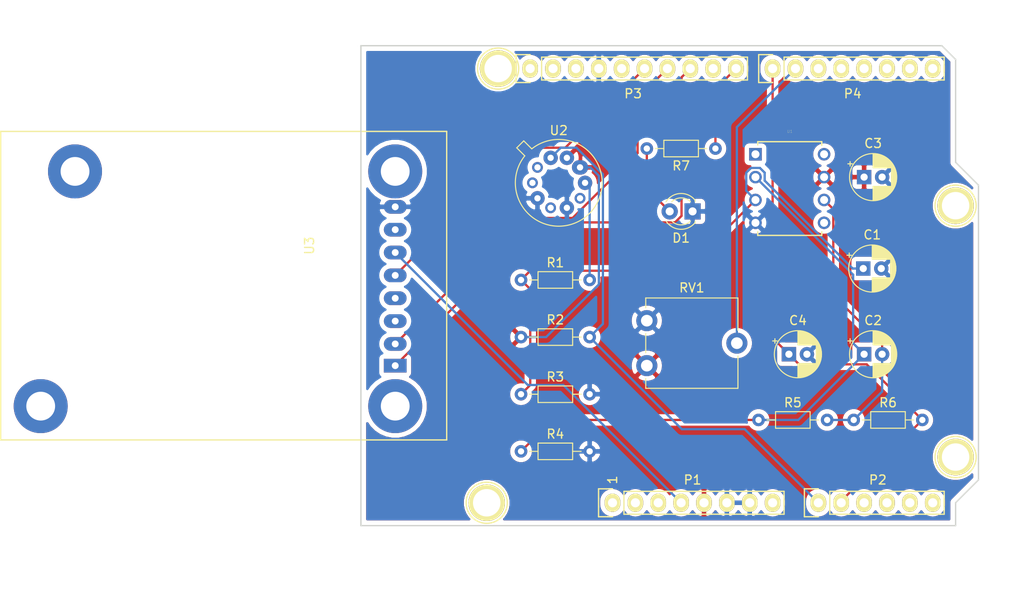
<source format=kicad_pcb>
(kicad_pcb (version 20171130) (host pcbnew "(5.1.8)-1")
  (title_block (date "lun. 30 mars 2015"))
  (layers (0 F.Cu signal) (31 B.Cu signal) (34 B.Paste user) (35 F.Paste user) (36 B.SilkS user) (37 F.SilkS user) (38 B.Mask user) (39 F.Mask user) (44 Edge.Cuts user))
  (net 0 "")
  (net 1 /IOREF)
  (net 2 +5V)
  (net 3 GND)
  (net 4 /Vin)
  (net 5 /A0)
  (net 6 /A1)
  (net 7 /A2)
  (net 8 /A3)
  (net 9 /AREF)
  (net 10 "/A4(SDA)")
  (net 11 "/A5(SCL)")
  (net 12 "Net-(P5-Pad1)")
  (net 13 "Net-(P6-Pad1)")
  (net 14 "Net-(P7-Pad1)")
  (net 15 "Net-(P8-Pad1)")
  (net 16 "Net-(P1-Pad1)")
  (net 17 +3V3)
  (net 18 "Net-(C1-Pad1)")
  (net 19 "Net-(C2-Pad1)")
  (net 20 "Net-(C2-Pad2)")
  (net 21 "Net-(D1-Pad2)")
  (net 22 /~Reset~)
  (net 23 "Net-(P3-Pad1)")
  (net 24 "Net-(P3-Pad2)")
  (net 25 "/D13(SCK)")
  (net 26 /D12)
  (net 27 /D11)
  (net 28 /D10)
  (net 29 /D9)
  (net 30 /D8)
  (net 31 "/D6(**)")
  (net 32 "/D5(**)")
  (net 33 /D4)
  (net 34 "/D3(**)")
  (net 35 /D2)
  (net 36 "/D1(Tx)")
  (net 37 "/D0(Rx)")
  (net 38 /Gas_sensor)
  (net 39 "Net-(U1-Pad5)")
  (net 40 "Net-(U1-Pad1)")
  (net 41 "Net-(U2-Pad9)")
  (net 42 "Net-(U2-Pad7)")
  (net 43 "Net-(U2-Pad5)")
  (net 44 "Net-(U2-Pad10)")
  (net 45 "Net-(U3-Pad3)")
  (net 46 "Net-(U3-Pad4)")
  (net 47 "Net-(U3-Pad7)")
  (module My_Package:LTC1050 (layer F.Cu) (at 162.433 92.71)
    (fp_text reference U1 (at -3.81 -10.16) (layer F.SilkS) (effects (font (size 0.314961 0.314961) (thickness 0.015))))
    (fp_text value LTC1050)
    (pad 8 thru_hole circle (at 0 -7.62) (size 1.397 1.397) (drill 0.889) (layers *.Cu *.Mask))
    (pad 7 thru_hole circle (at 0 -5.08) (size 1.397 1.397) (drill 0.889) (layers *.Cu *.Mask) (net 2 +5V))
    (pad 6 thru_hole circle (at 0 -2.54) (size 1.397 1.397) (drill 0.889) (layers *.Cu *.Mask) (net 20 "Net-(C2-Pad2)"))
    (pad 5 thru_hole circle (at 0 0) (size 1.397 1.397) (drill 0.889) (layers *.Cu *.Mask) (net 39 "Net-(U1-Pad5)"))
    (pad 4 thru_hole circle (at -7.62 0) (size 1.397 1.397) (drill 0.889) (layers *.Cu *.Mask) (net 3 GND))
    (pad 3 thru_hole circle (at -7.62 -2.54) (size 1.397 1.397) (drill 0.889) (layers *.Cu *.Mask) (net 18 "Net-(C1-Pad1)"))
    (pad 2 thru_hole circle (at -7.62 -5.08) (size 1.397 1.397) (drill 0.889) (layers *.Cu *.Mask) (net 19 "Net-(C2-Pad1)"))
    (pad 1 thru_hole rect (at -7.62 -7.62) (size 1.397 1.397) (drill 0.889) (layers *.Cu *.Mask) (net 40 "Net-(U1-Pad1)"))
  )
  (module My_Package:RN2483_breakout (layer F.Cu) (at 114.808 108.585 90)
    (fp_text reference U3 (at 13.335 -9.525 90) (layer F.SilkS))
    (fp_text value RN2483_Breakout)
    (pad 1 thru_hole rect (at 0 0 90) (size 1.524 2.524) (drill 0.762) (layers *.Cu *.Mask) (net 28 /D10))
    (pad 2 thru_hole oval (at 2.413 0 90) (size 1.524 2.524) (drill 0.762) (layers *.Cu *.Mask) (net 27 /D11))
    (pad 3 thru_hole oval (at 4.953 0 90) (size 1.524 2.524) (drill 0.762) (layers *.Cu *.Mask) (net 45 "Net-(U3-Pad3)"))
    (pad 4 thru_hole oval (at 7.493 0 90) (size 1.524 2.524) (drill 0.762) (layers *.Cu *.Mask) (net 46 "Net-(U3-Pad4)"))
    (pad 6 thru_hole oval (at 12.573 0 90) (size 1.524 2.524) (drill 0.762) (layers *.Cu *.Mask) (net 17 +3V3))
    (pad 5 thru_hole oval (at 10.033 0 90) (size 1.524 2.524) (drill 0.762) (layers *.Cu *.Mask) (net 26 /D12))
    (pad 7 thru_hole oval (at 15.113 0 90) (size 1.524 2.524) (drill 0.762) (layers *.Cu *.Mask) (net 47 "Net-(U3-Pad7)"))
    (pad 8 thru_hole oval (at 17.653 0 90) (size 1.524 2.524) (drill 0.762) (layers *.Cu *.Mask) (net 3 GND))
    (pad "" np_thru_hole circle (at -4.5 0 90) (size 6 6) (drill 3.2) (layers *.Cu *.Mask))
    (pad "" np_thru_hole circle (at 21.59 0 90) (size 6 6) (drill 3.2) (layers *.Cu *.Mask))
    (pad "" np_thru_hole circle (at -4.5 -39.37 90) (size 6 6) (drill 3.2) (layers *.Cu *.Mask))
    (pad "" np_thru_hole circle (at 21.59 -35.56 90) (size 6 6) (drill 3.2) (layers *.Cu *.Mask))
  )
  (module My_Package:Sensor_gas (layer F.Cu) (at 130.048 88.265)
    (fp_text reference U2 (at 2.92 -5.82) (layer F.SilkS))
    (fp_text value Gas_Sensor)
    (pad 9 thru_hole oval (at 0 0) (size 1.2 1.2) (drill 0.7) (layers *.Cu *.Mask) (net 41 "Net-(U2-Pad9)"))
    (pad 8 thru_hole oval (at 0.55767 1.716333) (size 1.6 1.6) (drill 0.7) (layers *.Cu *.Mask) (net 3 GND))
    (pad 7 thru_hole circle (at 2.01767 2.777085) (size 1.2 1.2) (drill 0.7) (layers *.Cu *.Mask) (net 42 "Net-(U2-Pad7)"))
    (pad 6 thru_hole oval (at 3.82233 2.777085) (size 1.6 1.6) (drill 0.7) (layers *.Cu *.Mask) (net 3 GND))
    (pad 5 thru_hole oval (at 5.28233 1.716333) (size 1.2 1.2) (drill 0.7) (layers *.Cu *.Mask) (net 43 "Net-(U2-Pad5)"))
    (pad 4 thru_hole circle (at 5.84 0) (size 1.6 1.6) (drill 0.7) (layers *.Cu *.Mask) (net 38 /Gas_sensor))
    (pad 3 thru_hole oval (at 5.28233 -1.716333) (size 1.8 1.6) (drill 0.7) (layers *.Cu *.Mask) (net 2 +5V))
    (pad 2 thru_hole circle (at 3.82233 -2.777085) (size 1.6 1.6) (drill 0.7) (layers *.Cu *.Mask) (net 2 +5V))
    (pad 1 thru_hole oval (at 2.01767 -2.777085) (size 1.6 1.6) (drill 0.7) (layers *.Cu *.Mask) (net 5 /A0))
    (pad 10 thru_hole oval (at 0.55767 -1.716333) (size 1.2 1.2) (drill 0.7) (layers *.Cu *.Mask) (net 44 "Net-(U2-Pad10)"))
  )
  (module Socket_Arduino_Uno:Socket_Strip_Arduino_1x08 (layer F.Cu) (at 138.938 123.825)
    (fp_text reference P1 (at 8.89 -2.54) (layer F.SilkS))
    (fp_text value Power)
    (pad 1 thru_hole oval (at 0 0) (size 1.7272 2.032) (drill 1.016) (layers *.Cu *.Mask F.SilkS) (net 16 "Net-(P1-Pad1)"))
    (pad 2 thru_hole oval (at 2.54 0) (size 1.7272 2.032) (drill 1.016) (layers *.Cu *.Mask F.SilkS) (net 1 /IOREF))
    (pad 3 thru_hole oval (at 5.08 0) (size 1.7272 2.032) (drill 1.016) (layers *.Cu *.Mask F.SilkS) (net 22 /~Reset~))
    (pad 4 thru_hole oval (at 7.62 0) (size 1.7272 2.032) (drill 1.016) (layers *.Cu *.Mask F.SilkS) (net 17 +3V3))
    (pad 5 thru_hole oval (at 10.16 0) (size 1.7272 2.032) (drill 1.016) (layers *.Cu *.Mask F.SilkS) (net 2 +5V))
    (pad 6 thru_hole oval (at 12.7 0) (size 1.7272 2.032) (drill 1.016) (layers *.Cu *.Mask F.SilkS) (net 3 GND))
    (pad 7 thru_hole oval (at 15.24 0) (size 1.7272 2.032) (drill 1.016) (layers *.Cu *.Mask F.SilkS) (net 3 GND))
    (pad 8 thru_hole oval (at 17.78 0) (size 1.7272 2.032) (drill 1.016) (layers *.Cu *.Mask F.SilkS) (net 4 /Vin))
  )
  (module Socket_Arduino_Uno:Socket_Strip_Arduino_1x06 (layer F.Cu) (at 161.798 123.825)
    (fp_text reference P2 (at 6.604 -2.54) (layer F.SilkS))
    (fp_text value Analog)
    (pad 1 thru_hole oval (at 0 0) (size 1.7272 2.032) (drill 1.016) (layers *.Cu *.Mask F.SilkS) (net 5 /A0))
    (pad 2 thru_hole oval (at 2.54 0) (size 1.7272 2.032) (drill 1.016) (layers *.Cu *.Mask F.SilkS) (net 6 /A1))
    (pad 3 thru_hole oval (at 5.08 0) (size 1.7272 2.032) (drill 1.016) (layers *.Cu *.Mask F.SilkS) (net 7 /A2))
    (pad 4 thru_hole oval (at 7.62 0) (size 1.7272 2.032) (drill 1.016) (layers *.Cu *.Mask F.SilkS) (net 8 /A3))
    (pad 5 thru_hole oval (at 10.16 0) (size 1.7272 2.032) (drill 1.016) (layers *.Cu *.Mask F.SilkS) (net 10 "/A4(SDA)"))
    (pad 6 thru_hole oval (at 12.7 0) (size 1.7272 2.032) (drill 1.016) (layers *.Cu *.Mask F.SilkS) (net 11 "/A5(SCL)"))
  )
  (module Socket_Arduino_Uno:Socket_Strip_Arduino_1x10 (layer F.Cu) (at 129.794 75.565)
    (fp_text reference P3 (at 11.43 2.794) (layer F.SilkS))
    (fp_text value Digital)
    (pad 1 thru_hole oval (at 0 0) (size 1.7272 2.032) (drill 1.016) (layers *.Cu *.Mask F.SilkS) (net 23 "Net-(P3-Pad1)"))
    (pad 2 thru_hole oval (at 2.54 0) (size 1.7272 2.032) (drill 1.016) (layers *.Cu *.Mask F.SilkS) (net 24 "Net-(P3-Pad2)"))
    (pad 3 thru_hole oval (at 5.08 0) (size 1.7272 2.032) (drill 1.016) (layers *.Cu *.Mask F.SilkS) (net 9 /AREF))
    (pad 4 thru_hole oval (at 7.62 0) (size 1.7272 2.032) (drill 1.016) (layers *.Cu *.Mask F.SilkS) (net 3 GND))
    (pad 5 thru_hole oval (at 10.16 0) (size 1.7272 2.032) (drill 1.016) (layers *.Cu *.Mask F.SilkS) (net 25 "/D13(SCK)"))
    (pad 6 thru_hole oval (at 12.7 0) (size 1.7272 2.032) (drill 1.016) (layers *.Cu *.Mask F.SilkS) (net 26 /D12))
    (pad 7 thru_hole oval (at 15.24 0) (size 1.7272 2.032) (drill 1.016) (layers *.Cu *.Mask F.SilkS) (net 27 /D11))
    (pad 8 thru_hole oval (at 17.78 0) (size 1.7272 2.032) (drill 1.016) (layers *.Cu *.Mask F.SilkS) (net 28 /D10))
    (pad 9 thru_hole oval (at 20.32 0) (size 1.7272 2.032) (drill 1.016) (layers *.Cu *.Mask F.SilkS) (net 29 /D9))
    (pad 10 thru_hole oval (at 22.86 0) (size 1.7272 2.032) (drill 1.016) (layers *.Cu *.Mask F.SilkS) (net 30 /D8))
  )
  (module Socket_Arduino_Uno:Socket_Strip_Arduino_1x08 (layer F.Cu) (at 156.718 75.565)
    (fp_text reference P4 (at 8.89 2.794) (layer F.SilkS))
    (fp_text value Digital)
    (pad 1 thru_hole oval (at 0 0) (size 1.7272 2.032) (drill 1.016) (layers *.Cu *.Mask F.SilkS) (net 6 /A1))
    (pad 2 thru_hole oval (at 2.54 0) (size 1.7272 2.032) (drill 1.016) (layers *.Cu *.Mask F.SilkS) (net 31 "/D6(**)"))
    (pad 3 thru_hole oval (at 5.08 0) (size 1.7272 2.032) (drill 1.016) (layers *.Cu *.Mask F.SilkS) (net 32 "/D5(**)"))
    (pad 4 thru_hole oval (at 7.62 0) (size 1.7272 2.032) (drill 1.016) (layers *.Cu *.Mask F.SilkS) (net 33 /D4))
    (pad 5 thru_hole oval (at 10.16 0) (size 1.7272 2.032) (drill 1.016) (layers *.Cu *.Mask F.SilkS) (net 34 "/D3(**)"))
    (pad 6 thru_hole oval (at 12.7 0) (size 1.7272 2.032) (drill 1.016) (layers *.Cu *.Mask F.SilkS) (net 35 /D2))
    (pad 7 thru_hole oval (at 15.24 0) (size 1.7272 2.032) (drill 1.016) (layers *.Cu *.Mask F.SilkS) (net 36 "/D1(Tx)"))
    (pad 8 thru_hole oval (at 17.78 0) (size 1.7272 2.032) (drill 1.016) (layers *.Cu *.Mask F.SilkS) (net 37 "/D0(Rx)"))
  )
  (module Socket_Arduino_Uno:Arduino_1pin (layer F.Cu) (at 124.968 123.825)
    (fp_text reference P5 hide)
    (fp_text value CONN_01X01 hide)
    (pad 1 thru_hole circle (at 0 0) (size 4.064 4.064) (drill 3.048) (layers *.Cu *.Mask F.SilkS) (net 12 "Net-(P5-Pad1)"))
  )
  (module Socket_Arduino_Uno:Arduino_1pin (layer F.Cu) (at 177.038 118.745)
    (fp_text reference P6 hide)
    (fp_text value CONN_01X01 hide)
    (pad 1 thru_hole circle (at 0 0) (size 4.064 4.064) (drill 3.048) (layers *.Cu *.Mask F.SilkS) (net 13 "Net-(P6-Pad1)"))
  )
  (module Socket_Arduino_Uno:Arduino_1pin (layer F.Cu) (at 126.238 75.565)
    (fp_text reference P7 hide)
    (fp_text value CONN_01X01 hide)
    (pad 1 thru_hole circle (at 0 0) (size 4.064 4.064) (drill 3.048) (layers *.Cu *.Mask F.SilkS) (net 14 "Net-(P7-Pad1)"))
  )
  (module Socket_Arduino_Uno:Arduino_1pin (layer F.Cu) (at 177.038 90.805)
    (fp_text reference P8 hide)
    (fp_text value CONN_01X01 hide)
    (pad 1 thru_hole circle (at 0 0) (size 4.064 4.064) (drill 3.048) (layers *.Cu *.Mask F.SilkS) (net 15 "Net-(P8-Pad1)"))
  )
  (module Capacitor_THT:CP_Radial_D5.0mm_P2.00mm (layer F.Cu) (at 166.783 97.79)
    (fp_text reference C1 (at 1 -3.75) (layer F.SilkS))
    (fp_text value 100n)
    (pad 2 thru_hole circle (at 2 0) (size 1.6 1.6) (drill 0.8) (layers *.Cu *.Mask) (net 3 GND))
    (pad 1 thru_hole rect (at 0 0) (size 1.6 1.6) (drill 0.8) (layers *.Cu *.Mask) (net 18 "Net-(C1-Pad1)"))
  )
  (module Capacitor_THT:CP_Radial_D5.0mm_P2.00mm (layer F.Cu) (at 166.878 107.315)
    (fp_text reference C2 (at 1 -3.75) (layer F.SilkS))
    (fp_text value 1u)
    (pad 1 thru_hole rect (at 0 0) (size 1.6 1.6) (drill 0.8) (layers *.Cu *.Mask) (net 19 "Net-(C2-Pad1)"))
    (pad 2 thru_hole circle (at 2 0) (size 1.6 1.6) (drill 0.8) (layers *.Cu *.Mask) (net 20 "Net-(C2-Pad2)"))
  )
  (module Capacitor_THT:CP_Radial_D5.0mm_P2.00mm (layer F.Cu) (at 166.878 87.63)
    (fp_text reference C3 (at 1 -3.75) (layer F.SilkS))
    (fp_text value 100n)
    (pad 2 thru_hole circle (at 2 0) (size 1.6 1.6) (drill 0.8) (layers *.Cu *.Mask) (net 3 GND))
    (pad 1 thru_hole rect (at 0 0) (size 1.6 1.6) (drill 0.8) (layers *.Cu *.Mask) (net 2 +5V))
  )
  (module Capacitor_THT:CP_Radial_D5.0mm_P2.00mm (layer F.Cu) (at 158.528 107.315)
    (fp_text reference C4 (at 1 -3.75) (layer F.SilkS))
    (fp_text value 100n)
    (pad 1 thru_hole rect (at 0 0) (size 1.6 1.6) (drill 0.8) (layers *.Cu *.Mask) (net 6 /A1))
    (pad 2 thru_hole circle (at 2 0) (size 1.6 1.6) (drill 0.8) (layers *.Cu *.Mask) (net 3 GND))
  )
  (module LED_THT:LED_D3.0mm (layer F.Cu) (at 147.828 91.44 180)
    (fp_text reference D1 (at 1.27 -2.96) (layer F.SilkS))
    (fp_text value LED)
    (pad 1 thru_hole rect (at 0 0 180) (size 1.8 1.8) (drill 0.9) (layers *.Cu *.Mask) (net 3 GND))
    (pad 2 thru_hole circle (at 2.54 0 180) (size 1.8 1.8) (drill 0.9) (layers *.Cu *.Mask) (net 21 "Net-(D1-Pad2)"))
  )
  (module Resistor_THT:R_Axial_DIN0204_L3.6mm_D1.6mm_P7.62mm_Horizontal (layer F.Cu) (at 128.778 99.06)
    (fp_text reference R1 (at 3.81 -1.92) (layer F.SilkS))
    (fp_text value 10k)
    (pad 2 thru_hole oval (at 7.62 0) (size 1.4 1.4) (drill 0.7) (layers *.Cu *.Mask) (net 38 /Gas_sensor))
    (pad 1 thru_hole circle (at 0 0) (size 1.4 1.4) (drill 0.7) (layers *.Cu *.Mask) (net 18 "Net-(C1-Pad1)"))
  )
  (module Resistor_THT:R_Axial_DIN0204_L3.6mm_D1.6mm_P7.62mm_Horizontal (layer F.Cu) (at 128.778 105.41)
    (fp_text reference R2 (at 3.81 -1.92) (layer F.SilkS))
    (fp_text value 100)
    (pad 1 thru_hole circle (at 0 0) (size 1.4 1.4) (drill 0.7) (layers *.Cu *.Mask) (net 2 +5V))
    (pad 2 thru_hole oval (at 7.62 0) (size 1.4 1.4) (drill 0.7) (layers *.Cu *.Mask) (net 5 /A0))
  )
  (module Resistor_THT:R_Axial_DIN0204_L3.6mm_D1.6mm_P7.62mm_Horizontal (layer F.Cu) (at 128.778 111.76)
    (fp_text reference R3 (at 3.81 -1.92) (layer F.SilkS))
    (fp_text value 100k)
    (pad 1 thru_hole circle (at 0 0) (size 1.4 1.4) (drill 0.7) (layers *.Cu *.Mask) (net 18 "Net-(C1-Pad1)"))
    (pad 2 thru_hole oval (at 7.62 0) (size 1.4 1.4) (drill 0.7) (layers *.Cu *.Mask) (net 3 GND))
  )
  (module Resistor_THT:R_Axial_DIN0204_L3.6mm_D1.6mm_P7.62mm_Horizontal (layer F.Cu) (at 128.778 118.11)
    (fp_text reference R4 (at 3.81 -1.92) (layer F.SilkS))
    (fp_text value 1k)
    (pad 2 thru_hole oval (at 7.62 0) (size 1.4 1.4) (drill 0.7) (layers *.Cu *.Mask) (net 3 GND))
    (pad 1 thru_hole circle (at 0 0) (size 1.4 1.4) (drill 0.7) (layers *.Cu *.Mask) (net 19 "Net-(C2-Pad1)"))
  )
  (module Resistor_THT:R_Axial_DIN0204_L3.6mm_D1.6mm_P7.62mm_Horizontal (layer F.Cu) (at 155.153001 114.620001)
    (fp_text reference R5 (at 3.81 -1.92) (layer F.SilkS))
    (fp_text value 100k)
    (pad 2 thru_hole oval (at 7.62 0) (size 1.4 1.4) (drill 0.7) (layers *.Cu *.Mask) (net 20 "Net-(C2-Pad2)"))
    (pad 1 thru_hole circle (at 0 0) (size 1.4 1.4) (drill 0.7) (layers *.Cu *.Mask) (net 19 "Net-(C2-Pad1)"))
  )
  (module Resistor_THT:R_Axial_DIN0204_L3.6mm_D1.6mm_P7.62mm_Horizontal (layer F.Cu) (at 165.723001 114.620001)
    (fp_text reference R6 (at 3.81 -1.92) (layer F.SilkS))
    (fp_text value 1k)
    (pad 1 thru_hole circle (at 0 0) (size 1.4 1.4) (drill 0.7) (layers *.Cu *.Mask) (net 20 "Net-(C2-Pad2)"))
    (pad 2 thru_hole oval (at 7.62 0) (size 1.4 1.4) (drill 0.7) (layers *.Cu *.Mask) (net 6 /A1))
  )
  (module Resistor_THT:R_Axial_DIN0204_L3.6mm_D1.6mm_P7.62mm_Horizontal (layer F.Cu) (at 150.368 84.455 180)
    (fp_text reference R7 (at 3.81 -1.92) (layer F.SilkS))
    (fp_text value 1k)
    (pad 1 thru_hole circle (at 0 0 180) (size 1.4 1.4) (drill 0.7) (layers *.Cu *.Mask) (net 30 /D8))
    (pad 2 thru_hole oval (at 7.62 0 180) (size 1.4 1.4) (drill 0.7) (layers *.Cu *.Mask) (net 21 "Net-(D1-Pad2)"))
  )
  (module Potentiometer_THT:Potentiometer_ACP_CA9-V10_Vertical (layer F.Cu) (at 142.748 108.585)
    (fp_text reference RV1 (at 5 -8.65) (layer F.SilkS))
    (fp_text value R_POT)
    (pad 3 thru_hole circle (at 0 -5) (size 2.34 2.34) (drill 1.3) (layers *.Cu *.Mask) (net 3 GND))
    (pad 2 thru_hole circle (at 10 -2.5) (size 2.34 2.34) (drill 1.3) (layers *.Cu *.Mask) (net 31 "/D6(**)"))
    (pad 1 thru_hole circle (at 0 0) (size 2.34 2.34) (drill 1.3) (layers *.Cu *.Mask) (net 2 +5V))
  )
  (gr_text 1 (at 138.938 121.285 90) (layer F.SilkS) (effects (font (size 1 1))))
  (gr_line (start 177.038 74.549) (end 175.514 73.025) (angle 90) (layer Edge.Cuts) (width 0.15))
  (gr_line (start 177.038 85.979) (end 177.038 74.549) (angle 90) (layer Edge.Cuts) (width 0.15))
  (gr_line (start 179.578 88.519) (end 177.038 85.979) (angle 90) (layer Edge.Cuts) (width 0.15))
  (gr_line (start 179.578 121.285) (end 179.578 88.519) (angle 90) (layer Edge.Cuts) (width 0.15))
  (gr_line (start 177.038 123.825) (end 179.578 121.285) (angle 90) (layer Edge.Cuts) (width 0.15))
  (gr_line (start 177.038 126.365) (end 177.038 123.825) (angle 90) (layer Edge.Cuts) (width 0.15))
  (gr_line (start 110.998 126.365) (end 177.038 126.365) (angle 90) (layer Edge.Cuts) (width 0.15))
  (gr_line (start 110.998 73.025) (end 110.998 126.365) (angle 90) (layer Edge.Cuts) (width 0.15))
  (gr_line (start 175.514 73.025) (end 110.998 73.025) (angle 90) (layer Edge.Cuts) (width 0.15))
  (segment (start 131.565002 105.41) (end 128.778 105.41) (width 0.25) (layer B.Cu) (net 2))
  (segment (start 137.423001 99.552001) (end 131.565002 105.41) (width 0.25) (layer B.Cu) (net 2))
  (segment (start 137.423001 87.491338) (end 137.423001 99.552001) (width 0.25) (layer B.Cu) (net 2))
  (segment (start 136.48033 86.548667) (end 137.423001 87.491338) (width 0.25) (layer B.Cu) (net 2))
  (segment (start 135.33033 86.548667) (end 136.48033 86.548667) (width 0.25) (layer B.Cu) (net 2))
  (segment (start 153.618002 115.645002) (end 161.798 123.825) (width 0.25) (layer B.Cu) (net 5))
  (segment (start 146.633002 115.645002) (end 153.618002 115.645002) (width 0.25) (layer B.Cu) (net 5))
  (segment (start 136.398 105.41) (end 146.633002 115.645002) (width 0.25) (layer B.Cu) (net 5))
  (segment (start 133.190671 84.362914) (end 132.06567 85.487915) (width 0.25) (layer B.Cu) (net 5))
  (segment (start 134.930987 84.362914) (end 133.190671 84.362914) (width 0.25) (layer B.Cu) (net 5))
  (segment (start 137.87301 87.304937) (end 134.930987 84.362914) (width 0.25) (layer B.Cu) (net 5))
  (segment (start 137.87301 103.93499) (end 137.87301 87.304937) (width 0.25) (layer B.Cu) (net 5))
  (segment (start 136.398 105.41) (end 137.87301 103.93499) (width 0.25) (layer B.Cu) (net 5))
  (segment (start 156.718 105.505) (end 158.528 107.315) (width 0.25) (layer F.Cu) (net 6))
  (segment (start 156.718 75.565) (end 156.718 105.505) (width 0.25) (layer F.Cu) (net 6))
  (segment (start 167.163001 108.440001) (end 173.343001 114.620001) (width 0.25) (layer F.Cu) (net 6))
  (segment (start 159.653001 108.440001) (end 167.163001 108.440001) (width 0.25) (layer F.Cu) (net 6))
  (segment (start 158.528 107.315) (end 159.653001 108.440001) (width 0.25) (layer F.Cu) (net 6))
  (segment (start 164.338 123.625002) (end 164.338 123.825) (width 0.25) (layer F.Cu) (net 6))
  (segment (start 173.343001 114.620001) (end 164.338 123.625002) (width 0.25) (layer F.Cu) (net 6))
  (segment (start 129.530999 110.734999) (end 114.808 96.012) (width 0.25) (layer B.Cu) (net 17))
  (segment (start 133.467999 110.734999) (end 129.530999 110.734999) (width 0.25) (layer B.Cu) (net 17))
  (segment (start 146.558 123.825) (end 133.467999 110.734999) (width 0.25) (layer B.Cu) (net 17))
  (segment (start 129.803001 100.085001) (end 128.778 99.06) (width 0.25) (layer F.Cu) (net 18))
  (segment (start 129.803001 110.734999) (end 129.803001 100.085001) (width 0.25) (layer F.Cu) (net 18))
  (segment (start 128.778 111.76) (end 129.803001 110.734999) (width 0.25) (layer F.Cu) (net 18))
  (segment (start 146.948001 98.034999) (end 154.813 90.17) (width 0.25) (layer F.Cu) (net 18))
  (segment (start 129.803001 98.034999) (end 146.948001 98.034999) (width 0.25) (layer F.Cu) (net 18))
  (segment (start 128.778 99.06) (end 129.803001 98.034999) (width 0.25) (layer F.Cu) (net 18))
  (segment (start 165.60941 97.79) (end 166.783 97.79) (width 0.25) (layer B.Cu) (net 18))
  (segment (start 155.836501 88.017091) (end 165.60941 97.79) (width 0.25) (layer B.Cu) (net 18))
  (segment (start 155.836501 87.138719) (end 155.836501 88.017091) (width 0.25) (layer B.Cu) (net 18))
  (segment (start 154.321719 86.606499) (end 155.304281 86.606499) (width 0.25) (layer B.Cu) (net 18))
  (segment (start 153.789499 89.146499) (end 153.789499 87.138719) (width 0.25) (layer B.Cu) (net 18))
  (segment (start 155.304281 86.606499) (end 155.836501 87.138719) (width 0.25) (layer B.Cu) (net 18))
  (segment (start 153.789499 87.138719) (end 154.321719 86.606499) (width 0.25) (layer B.Cu) (net 18))
  (segment (start 154.813 90.17) (end 153.789499 89.146499) (width 0.25) (layer B.Cu) (net 18))
  (segment (start 132.267999 114.620001) (end 128.778 118.11) (width 0.25) (layer F.Cu) (net 19))
  (segment (start 155.153001 114.620001) (end 132.267999 114.620001) (width 0.25) (layer F.Cu) (net 19))
  (segment (start 159.572999 114.620001) (end 166.878 107.315) (width 0.25) (layer B.Cu) (net 19))
  (segment (start 155.153001 114.620001) (end 159.572999 114.620001) (width 0.25) (layer B.Cu) (net 19))
  (segment (start 165.657999 98.474999) (end 154.813 87.63) (width 0.25) (layer B.Cu) (net 19))
  (segment (start 165.657999 106.094999) (end 165.657999 98.474999) (width 0.25) (layer B.Cu) (net 19))
  (segment (start 166.878 107.315) (end 165.657999 106.094999) (width 0.25) (layer B.Cu) (net 19))
  (segment (start 168.878 106.18363) (end 168.878 107.315) (width 0.25) (layer F.Cu) (net 20))
  (segment (start 163.456501 100.762131) (end 168.878 106.18363) (width 0.25) (layer F.Cu) (net 20))
  (segment (start 163.456501 91.193501) (end 163.456501 100.762131) (width 0.25) (layer F.Cu) (net 20))
  (segment (start 162.433 90.17) (end 163.456501 91.193501) (width 0.25) (layer F.Cu) (net 20))
  (segment (start 165.723001 114.620001) (end 162.773001 114.620001) (width 0.25) (layer B.Cu) (net 20))
  (segment (start 168.878 111.465002) (end 168.878 107.315) (width 0.25) (layer B.Cu) (net 20))
  (segment (start 165.723001 114.620001) (end 168.878 111.465002) (width 0.25) (layer B.Cu) (net 20))
  (segment (start 142.748 88.9) (end 145.288 91.44) (width 0.25) (layer F.Cu) (net 21))
  (segment (start 142.748 84.455) (end 142.748 88.9) (width 0.25) (layer F.Cu) (net 21))
  (segment (start 133.696086 84.362914) (end 142.494 75.565) (width 0.25) (layer F.Cu) (net 26))
  (segment (start 128.997086 84.362914) (end 133.696086 84.362914) (width 0.25) (layer F.Cu) (net 26))
  (segment (start 114.808 98.552) (end 128.997086 84.362914) (width 0.25) (layer F.Cu) (net 26))
  (segment (start 141.722999 78.876001) (end 145.034 75.565) (width 0.25) (layer F.Cu) (net 27))
  (segment (start 141.722999 84.957666) (end 141.722999 78.876001) (width 0.25) (layer F.Cu) (net 27))
  (segment (start 134.513579 92.167086) (end 141.722999 84.957666) (width 0.25) (layer F.Cu) (net 27))
  (segment (start 128.812914 92.167086) (end 134.513579 92.167086) (width 0.25) (layer F.Cu) (net 27))
  (segment (start 114.808 106.172) (end 128.812914 92.167086) (width 0.25) (layer F.Cu) (net 27))
  (segment (start 146.602999 76.536001) (end 147.574 75.565) (width 0.25) (layer F.Cu) (net 28))
  (segment (start 146.602999 91.938003) (end 146.602999 76.536001) (width 0.25) (layer F.Cu) (net 28))
  (segment (start 145.876001 92.665001) (end 146.602999 91.938003) (width 0.25) (layer F.Cu) (net 28))
  (segment (start 130.727999 92.665001) (end 145.876001 92.665001) (width 0.25) (layer F.Cu) (net 28))
  (segment (start 114.808 108.585) (end 130.727999 92.665001) (width 0.25) (layer F.Cu) (net 28))
  (segment (start 150.368 77.851) (end 152.654 75.565) (width 0.25) (layer F.Cu) (net 30))
  (segment (start 150.368 84.455) (end 150.368 77.851) (width 0.25) (layer F.Cu) (net 30))
  (segment (start 152.748 82.075) (end 159.258 75.565) (width 0.25) (layer B.Cu) (net 31))
  (segment (start 152.748 106.085) (end 152.748 82.075) (width 0.25) (layer B.Cu) (net 31))
  (segment (start 136.398 88.775) (end 135.888 88.265) (width 0.25) (layer B.Cu) (net 38))
  (segment (start 136.398 99.06) (end 136.398 88.775) (width 0.25) (layer B.Cu) (net 38))
  (zone (net 2) (net_name +5V) (layer F.Cu) (connect_pads (clearance 0.508)) (min_thickness 0.254) (fill yes (arc_segments 32) (thermal_gap 0.508) (thermal_bridge_width 0.508))
    (polygon (pts (xy 184.658 133.985) (xy 105.918 133.985) (xy 105.918 67.945) (xy 184.658 67.945)))
  )
  (zone (net 3) (net_name GND) (layer B.Cu) (connect_pads (clearance 0.508)) (min_thickness 0.254) (fill yes (arc_segments 32) (thermal_gap 0.508) (thermal_bridge_width 0.508))
    (polygon (pts (xy 183.388 131.445) (xy 107.188 131.445) (xy 107.188 70.485) (xy 183.388 70.485)))
  )
)
</source>
